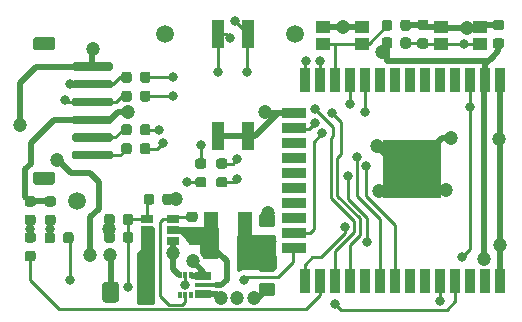
<source format=gbr>
G04 #@! TF.GenerationSoftware,KiCad,Pcbnew,(5.1.12)-1*
G04 #@! TF.CreationDate,2021-12-26T23:17:15+01:00*
G04 #@! TF.ProjectId,005032,30303530-3332-42e6-9b69-6361645f7063,v5*
G04 #@! TF.SameCoordinates,PX88601c0PY4692680*
G04 #@! TF.FileFunction,Copper,L1,Top*
G04 #@! TF.FilePolarity,Positive*
%FSLAX46Y46*%
G04 Gerber Fmt 4.6, Leading zero omitted, Abs format (unit mm)*
G04 Created by KiCad (PCBNEW (5.1.12)-1) date 2021-12-26 23:17:15*
%MOMM*%
%LPD*%
G01*
G04 APERTURE LIST*
G04 #@! TA.AperFunction,SMDPad,CuDef*
%ADD10R,1.150000X1.000000*%
G04 #@! TD*
G04 #@! TA.AperFunction,SMDPad,CuDef*
%ADD11R,1.725000X0.300000*%
G04 #@! TD*
G04 #@! TA.AperFunction,SMDPad,CuDef*
%ADD12R,1.450000X0.800000*%
G04 #@! TD*
G04 #@! TA.AperFunction,SMDPad,CuDef*
%ADD13R,0.300000X0.600000*%
G04 #@! TD*
G04 #@! TA.AperFunction,SMDPad,CuDef*
%ADD14C,1.500000*%
G04 #@! TD*
G04 #@! TA.AperFunction,SMDPad,CuDef*
%ADD15R,5.000000X5.000000*%
G04 #@! TD*
G04 #@! TA.AperFunction,SMDPad,CuDef*
%ADD16R,0.900000X2.000000*%
G04 #@! TD*
G04 #@! TA.AperFunction,SMDPad,CuDef*
%ADD17R,2.000000X0.900000*%
G04 #@! TD*
G04 #@! TA.AperFunction,SMDPad,CuDef*
%ADD18R,1.060000X0.650000*%
G04 #@! TD*
G04 #@! TA.AperFunction,SMDPad,CuDef*
%ADD19R,1.120000X2.440000*%
G04 #@! TD*
G04 #@! TA.AperFunction,SMDPad,CuDef*
%ADD20R,1.200000X3.900000*%
G04 #@! TD*
G04 #@! TA.AperFunction,ViaPad*
%ADD21C,1.200000*%
G04 #@! TD*
G04 #@! TA.AperFunction,ViaPad*
%ADD22C,0.800000*%
G04 #@! TD*
G04 #@! TA.AperFunction,Conductor*
%ADD23C,0.500000*%
G04 #@! TD*
G04 #@! TA.AperFunction,Conductor*
%ADD24C,0.250000*%
G04 #@! TD*
G04 #@! TA.AperFunction,Conductor*
%ADD25C,0.254000*%
G04 #@! TD*
G04 #@! TA.AperFunction,Conductor*
%ADD26C,0.100000*%
G04 #@! TD*
G04 APERTURE END LIST*
D10*
X-2825000Y-2800000D03*
X-2825000Y-1400000D03*
X-6175000Y-2800000D03*
X-6175000Y-1400000D03*
X-12825000Y-2800000D03*
X-12825000Y-1400000D03*
X-16175000Y-2800000D03*
X-16175000Y-1400000D03*
D11*
X-26175000Y-23250000D03*
D12*
X-26312500Y-24000000D03*
D13*
X-27362500Y-24100000D03*
X-27812500Y-24100000D03*
X-28262500Y-24100000D03*
X-28262500Y-22400000D03*
X-27812500Y-22400000D03*
X-27362500Y-22400000D03*
D12*
X-26312500Y-22500000D03*
D14*
X-18500000Y-2000000D03*
X-29500000Y-2000000D03*
X-37000000Y-16100000D03*
D15*
X-8640000Y-13400000D03*
D16*
X-1140000Y-22900000D03*
X-2410000Y-22900000D03*
X-3680000Y-22900000D03*
X-4950000Y-22900000D03*
X-6220000Y-22900000D03*
X-7490000Y-22900000D03*
X-8760000Y-22900000D03*
X-10030000Y-22900000D03*
X-11300000Y-22900000D03*
X-12570000Y-22900000D03*
X-13840000Y-22900000D03*
X-15110000Y-22900000D03*
X-16380000Y-22900000D03*
X-17650000Y-22900000D03*
D17*
X-18650000Y-20115000D03*
X-18650000Y-18845000D03*
X-18650000Y-17575000D03*
X-18650000Y-16305000D03*
X-18650000Y-15035000D03*
X-18650000Y-13765000D03*
X-18650000Y-12495000D03*
X-18650000Y-11225000D03*
X-18650000Y-9955000D03*
X-18650000Y-8685000D03*
D16*
X-17650000Y-5900000D03*
X-16380000Y-5900000D03*
X-15110000Y-5900000D03*
X-13840000Y-5900000D03*
X-12570000Y-5900000D03*
X-11300000Y-5900000D03*
X-10030000Y-5900000D03*
X-8760000Y-5900000D03*
X-7490000Y-5900000D03*
X-6220000Y-5900000D03*
X-4950000Y-5900000D03*
X-3680000Y-5900000D03*
X-2410000Y-5900000D03*
X-1140000Y-5900000D03*
G04 #@! TA.AperFunction,SMDPad,CuDef*
G36*
G01*
X-30450000Y-23225000D02*
X-30450000Y-24475000D01*
G75*
G02*
X-30700000Y-24725000I-250000J0D01*
G01*
X-31625000Y-24725000D01*
G75*
G02*
X-31875000Y-24475000I0J250000D01*
G01*
X-31875000Y-23225000D01*
G75*
G02*
X-31625000Y-22975000I250000J0D01*
G01*
X-30700000Y-22975000D01*
G75*
G02*
X-30450000Y-23225000I0J-250000D01*
G01*
G37*
G04 #@! TD.AperFunction*
G04 #@! TA.AperFunction,SMDPad,CuDef*
G36*
G01*
X-33425000Y-23225000D02*
X-33425000Y-24475000D01*
G75*
G02*
X-33675000Y-24725000I-250000J0D01*
G01*
X-34600000Y-24725000D01*
G75*
G02*
X-34850000Y-24475000I0J250000D01*
G01*
X-34850000Y-23225000D01*
G75*
G02*
X-34600000Y-22975000I250000J0D01*
G01*
X-33675000Y-22975000D01*
G75*
G02*
X-33425000Y-23225000I0J-250000D01*
G01*
G37*
G04 #@! TD.AperFunction*
G04 #@! TA.AperFunction,SMDPad,CuDef*
G36*
G01*
X-27506250Y-18600000D02*
X-26993750Y-18600000D01*
G75*
G02*
X-26775000Y-18818750I0J-218750D01*
G01*
X-26775000Y-19256250D01*
G75*
G02*
X-26993750Y-19475000I-218750J0D01*
G01*
X-27506250Y-19475000D01*
G75*
G02*
X-27725000Y-19256250I0J218750D01*
G01*
X-27725000Y-18818750D01*
G75*
G02*
X-27506250Y-18600000I218750J0D01*
G01*
G37*
G04 #@! TD.AperFunction*
G04 #@! TA.AperFunction,SMDPad,CuDef*
G36*
G01*
X-27506250Y-17025000D02*
X-26993750Y-17025000D01*
G75*
G02*
X-26775000Y-17243750I0J-218750D01*
G01*
X-26775000Y-17681250D01*
G75*
G02*
X-26993750Y-17900000I-218750J0D01*
G01*
X-27506250Y-17900000D01*
G75*
G02*
X-27725000Y-17681250I0J218750D01*
G01*
X-27725000Y-17243750D01*
G75*
G02*
X-27506250Y-17025000I218750J0D01*
G01*
G37*
G04 #@! TD.AperFunction*
G04 #@! TA.AperFunction,SMDPad,CuDef*
G36*
G01*
X-34675000Y-17956250D02*
X-34675000Y-17443750D01*
G75*
G02*
X-34456250Y-17225000I218750J0D01*
G01*
X-34018750Y-17225000D01*
G75*
G02*
X-33800000Y-17443750I0J-218750D01*
G01*
X-33800000Y-17956250D01*
G75*
G02*
X-34018750Y-18175000I-218750J0D01*
G01*
X-34456250Y-18175000D01*
G75*
G02*
X-34675000Y-17956250I0J218750D01*
G01*
G37*
G04 #@! TD.AperFunction*
G04 #@! TA.AperFunction,SMDPad,CuDef*
G36*
G01*
X-33100000Y-17956250D02*
X-33100000Y-17443750D01*
G75*
G02*
X-32881250Y-17225000I218750J0D01*
G01*
X-32443750Y-17225000D01*
G75*
G02*
X-32225000Y-17443750I0J-218750D01*
G01*
X-32225000Y-17956250D01*
G75*
G02*
X-32443750Y-18175000I-218750J0D01*
G01*
X-32881250Y-18175000D01*
G75*
G02*
X-33100000Y-17956250I0J218750D01*
G01*
G37*
G04 #@! TD.AperFunction*
G04 #@! TA.AperFunction,SMDPad,CuDef*
G36*
G01*
X-21350001Y-23050000D02*
X-20449999Y-23050000D01*
G75*
G02*
X-20200000Y-23299999I0J-249999D01*
G01*
X-20200000Y-23950001D01*
G75*
G02*
X-20449999Y-24200000I-249999J0D01*
G01*
X-21350001Y-24200000D01*
G75*
G02*
X-21600000Y-23950001I0J249999D01*
G01*
X-21600000Y-23299999D01*
G75*
G02*
X-21350001Y-23050000I249999J0D01*
G01*
G37*
G04 #@! TD.AperFunction*
G04 #@! TA.AperFunction,SMDPad,CuDef*
G36*
G01*
X-21350001Y-21000000D02*
X-20449999Y-21000000D01*
G75*
G02*
X-20200000Y-21249999I0J-249999D01*
G01*
X-20200000Y-21900001D01*
G75*
G02*
X-20449999Y-22150000I-249999J0D01*
G01*
X-21350001Y-22150000D01*
G75*
G02*
X-21600000Y-21900001I0J249999D01*
G01*
X-21600000Y-21249999D01*
G75*
G02*
X-21350001Y-21000000I249999J0D01*
G01*
G37*
G04 #@! TD.AperFunction*
G04 #@! TA.AperFunction,SMDPad,CuDef*
G36*
G01*
X-20449999Y-20400000D02*
X-21350001Y-20400000D01*
G75*
G02*
X-21600000Y-20150001I0J249999D01*
G01*
X-21600000Y-19499999D01*
G75*
G02*
X-21350001Y-19250000I249999J0D01*
G01*
X-20449999Y-19250000D01*
G75*
G02*
X-20200000Y-19499999I0J-249999D01*
G01*
X-20200000Y-20150001D01*
G75*
G02*
X-20449999Y-20400000I-249999J0D01*
G01*
G37*
G04 #@! TD.AperFunction*
G04 #@! TA.AperFunction,SMDPad,CuDef*
G36*
G01*
X-20449999Y-18350000D02*
X-21350001Y-18350000D01*
G75*
G02*
X-21600000Y-18100001I0J249999D01*
G01*
X-21600000Y-17449999D01*
G75*
G02*
X-21350001Y-17200000I249999J0D01*
G01*
X-20449999Y-17200000D01*
G75*
G02*
X-20200000Y-17449999I0J-249999D01*
G01*
X-20200000Y-18100001D01*
G75*
G02*
X-20449999Y-18350000I-249999J0D01*
G01*
G37*
G04 #@! TD.AperFunction*
G04 #@! TA.AperFunction,SMDPad,CuDef*
G36*
G01*
X-7443750Y-3225000D02*
X-7956250Y-3225000D01*
G75*
G02*
X-8175000Y-3006250I0J218750D01*
G01*
X-8175000Y-2568750D01*
G75*
G02*
X-7956250Y-2350000I218750J0D01*
G01*
X-7443750Y-2350000D01*
G75*
G02*
X-7225000Y-2568750I0J-218750D01*
G01*
X-7225000Y-3006250D01*
G75*
G02*
X-7443750Y-3225000I-218750J0D01*
G01*
G37*
G04 #@! TD.AperFunction*
G04 #@! TA.AperFunction,SMDPad,CuDef*
G36*
G01*
X-7443750Y-1650000D02*
X-7956250Y-1650000D01*
G75*
G02*
X-8175000Y-1431250I0J218750D01*
G01*
X-8175000Y-993750D01*
G75*
G02*
X-7956250Y-775000I218750J0D01*
G01*
X-7443750Y-775000D01*
G75*
G02*
X-7225000Y-993750I0J-218750D01*
G01*
X-7225000Y-1431250D01*
G75*
G02*
X-7443750Y-1650000I-218750J0D01*
G01*
G37*
G04 #@! TD.AperFunction*
G04 #@! TA.AperFunction,SMDPad,CuDef*
G36*
G01*
X-1043750Y-1650000D02*
X-1556250Y-1650000D01*
G75*
G02*
X-1775000Y-1431250I0J218750D01*
G01*
X-1775000Y-993750D01*
G75*
G02*
X-1556250Y-775000I218750J0D01*
G01*
X-1043750Y-775000D01*
G75*
G02*
X-825000Y-993750I0J-218750D01*
G01*
X-825000Y-1431250D01*
G75*
G02*
X-1043750Y-1650000I-218750J0D01*
G01*
G37*
G04 #@! TD.AperFunction*
G04 #@! TA.AperFunction,SMDPad,CuDef*
G36*
G01*
X-1043750Y-3225000D02*
X-1556250Y-3225000D01*
G75*
G02*
X-1775000Y-3006250I0J218750D01*
G01*
X-1775000Y-2568750D01*
G75*
G02*
X-1556250Y-2350000I218750J0D01*
G01*
X-1043750Y-2350000D01*
G75*
G02*
X-825000Y-2568750I0J-218750D01*
G01*
X-825000Y-3006250D01*
G75*
G02*
X-1043750Y-3225000I-218750J0D01*
G01*
G37*
G04 #@! TD.AperFunction*
G04 #@! TA.AperFunction,SMDPad,CuDef*
G36*
G01*
X-10300000Y-993750D02*
X-10300000Y-1506250D01*
G75*
G02*
X-10518750Y-1725000I-218750J0D01*
G01*
X-10956250Y-1725000D01*
G75*
G02*
X-11175000Y-1506250I0J218750D01*
G01*
X-11175000Y-993750D01*
G75*
G02*
X-10956250Y-775000I218750J0D01*
G01*
X-10518750Y-775000D01*
G75*
G02*
X-10300000Y-993750I0J-218750D01*
G01*
G37*
G04 #@! TD.AperFunction*
G04 #@! TA.AperFunction,SMDPad,CuDef*
G36*
G01*
X-8725000Y-993750D02*
X-8725000Y-1506250D01*
G75*
G02*
X-8943750Y-1725000I-218750J0D01*
G01*
X-9381250Y-1725000D01*
G75*
G02*
X-9600000Y-1506250I0J218750D01*
G01*
X-9600000Y-993750D01*
G75*
G02*
X-9381250Y-775000I218750J0D01*
G01*
X-8943750Y-775000D01*
G75*
G02*
X-8725000Y-993750I0J-218750D01*
G01*
G37*
G04 #@! TD.AperFunction*
G04 #@! TA.AperFunction,SMDPad,CuDef*
G36*
G01*
X-41206250Y-15725000D02*
X-40693750Y-15725000D01*
G75*
G02*
X-40475000Y-15943750I0J-218750D01*
G01*
X-40475000Y-16381250D01*
G75*
G02*
X-40693750Y-16600000I-218750J0D01*
G01*
X-41206250Y-16600000D01*
G75*
G02*
X-41425000Y-16381250I0J218750D01*
G01*
X-41425000Y-15943750D01*
G75*
G02*
X-41206250Y-15725000I218750J0D01*
G01*
G37*
G04 #@! TD.AperFunction*
G04 #@! TA.AperFunction,SMDPad,CuDef*
G36*
G01*
X-41206250Y-17300000D02*
X-40693750Y-17300000D01*
G75*
G02*
X-40475000Y-17518750I0J-218750D01*
G01*
X-40475000Y-17956250D01*
G75*
G02*
X-40693750Y-18175000I-218750J0D01*
G01*
X-41206250Y-18175000D01*
G75*
G02*
X-41425000Y-17956250I0J218750D01*
G01*
X-41425000Y-17518750D01*
G75*
G02*
X-41206250Y-17300000I218750J0D01*
G01*
G37*
G04 #@! TD.AperFunction*
G04 #@! TA.AperFunction,SMDPad,CuDef*
G36*
G01*
X-39506250Y-17300000D02*
X-38993750Y-17300000D01*
G75*
G02*
X-38775000Y-17518750I0J-218750D01*
G01*
X-38775000Y-17956250D01*
G75*
G02*
X-38993750Y-18175000I-218750J0D01*
G01*
X-39506250Y-18175000D01*
G75*
G02*
X-39725000Y-17956250I0J218750D01*
G01*
X-39725000Y-17518750D01*
G75*
G02*
X-39506250Y-17300000I218750J0D01*
G01*
G37*
G04 #@! TD.AperFunction*
G04 #@! TA.AperFunction,SMDPad,CuDef*
G36*
G01*
X-39506250Y-15725000D02*
X-38993750Y-15725000D01*
G75*
G02*
X-38775000Y-15943750I0J-218750D01*
G01*
X-38775000Y-16381250D01*
G75*
G02*
X-38993750Y-16600000I-218750J0D01*
G01*
X-39506250Y-16600000D01*
G75*
G02*
X-39725000Y-16381250I0J218750D01*
G01*
X-39725000Y-15943750D01*
G75*
G02*
X-39506250Y-15725000I218750J0D01*
G01*
G37*
G04 #@! TD.AperFunction*
G04 #@! TA.AperFunction,SMDPad,CuDef*
G36*
G01*
X-33100000Y-19456250D02*
X-33100000Y-18943750D01*
G75*
G02*
X-32881250Y-18725000I218750J0D01*
G01*
X-32443750Y-18725000D01*
G75*
G02*
X-32225000Y-18943750I0J-218750D01*
G01*
X-32225000Y-19456250D01*
G75*
G02*
X-32443750Y-19675000I-218750J0D01*
G01*
X-32881250Y-19675000D01*
G75*
G02*
X-33100000Y-19456250I0J218750D01*
G01*
G37*
G04 #@! TD.AperFunction*
G04 #@! TA.AperFunction,SMDPad,CuDef*
G36*
G01*
X-34675000Y-19456250D02*
X-34675000Y-18943750D01*
G75*
G02*
X-34456250Y-18725000I218750J0D01*
G01*
X-34018750Y-18725000D01*
G75*
G02*
X-33800000Y-18943750I0J-218750D01*
G01*
X-33800000Y-19456250D01*
G75*
G02*
X-34018750Y-19675000I-218750J0D01*
G01*
X-34456250Y-19675000D01*
G75*
G02*
X-34675000Y-19456250I0J218750D01*
G01*
G37*
G04 #@! TD.AperFunction*
G04 #@! TA.AperFunction,SMDPad,CuDef*
G36*
G01*
X-31325000Y-16236250D02*
X-31325000Y-15723750D01*
G75*
G02*
X-31106250Y-15505000I218750J0D01*
G01*
X-30668750Y-15505000D01*
G75*
G02*
X-30450000Y-15723750I0J-218750D01*
G01*
X-30450000Y-16236250D01*
G75*
G02*
X-30668750Y-16455000I-218750J0D01*
G01*
X-31106250Y-16455000D01*
G75*
G02*
X-31325000Y-16236250I0J218750D01*
G01*
G37*
G04 #@! TD.AperFunction*
G04 #@! TA.AperFunction,SMDPad,CuDef*
G36*
G01*
X-29750000Y-16236250D02*
X-29750000Y-15723750D01*
G75*
G02*
X-29531250Y-15505000I218750J0D01*
G01*
X-29093750Y-15505000D01*
G75*
G02*
X-28875000Y-15723750I0J-218750D01*
G01*
X-28875000Y-16236250D01*
G75*
G02*
X-29093750Y-16455000I-218750J0D01*
G01*
X-29531250Y-16455000D01*
G75*
G02*
X-29750000Y-16236250I0J218750D01*
G01*
G37*
G04 #@! TD.AperFunction*
G04 #@! TA.AperFunction,SMDPad,CuDef*
G36*
G01*
X-9600000Y-3006250D02*
X-9600000Y-2493750D01*
G75*
G02*
X-9381250Y-2275000I218750J0D01*
G01*
X-8943750Y-2275000D01*
G75*
G02*
X-8725000Y-2493750I0J-218750D01*
G01*
X-8725000Y-3006250D01*
G75*
G02*
X-8943750Y-3225000I-218750J0D01*
G01*
X-9381250Y-3225000D01*
G75*
G02*
X-9600000Y-3006250I0J218750D01*
G01*
G37*
G04 #@! TD.AperFunction*
G04 #@! TA.AperFunction,SMDPad,CuDef*
G36*
G01*
X-11175000Y-3006250D02*
X-11175000Y-2493750D01*
G75*
G02*
X-10956250Y-2275000I218750J0D01*
G01*
X-10518750Y-2275000D01*
G75*
G02*
X-10300000Y-2493750I0J-218750D01*
G01*
X-10300000Y-3006250D01*
G75*
G02*
X-10518750Y-3225000I-218750J0D01*
G01*
X-10956250Y-3225000D01*
G75*
G02*
X-11175000Y-3006250I0J218750D01*
G01*
G37*
G04 #@! TD.AperFunction*
G04 #@! TA.AperFunction,SMDPad,CuDef*
G36*
G01*
X-30775000Y-9843750D02*
X-30775000Y-10356250D01*
G75*
G02*
X-30993750Y-10575000I-218750J0D01*
G01*
X-31431250Y-10575000D01*
G75*
G02*
X-31650000Y-10356250I0J218750D01*
G01*
X-31650000Y-9843750D01*
G75*
G02*
X-31431250Y-9625000I218750J0D01*
G01*
X-30993750Y-9625000D01*
G75*
G02*
X-30775000Y-9843750I0J-218750D01*
G01*
G37*
G04 #@! TD.AperFunction*
G04 #@! TA.AperFunction,SMDPad,CuDef*
G36*
G01*
X-32350000Y-9843750D02*
X-32350000Y-10356250D01*
G75*
G02*
X-32568750Y-10575000I-218750J0D01*
G01*
X-33006250Y-10575000D01*
G75*
G02*
X-33225000Y-10356250I0J218750D01*
G01*
X-33225000Y-9843750D01*
G75*
G02*
X-33006250Y-9625000I218750J0D01*
G01*
X-32568750Y-9625000D01*
G75*
G02*
X-32350000Y-9843750I0J-218750D01*
G01*
G37*
G04 #@! TD.AperFunction*
G04 #@! TA.AperFunction,SMDPad,CuDef*
G36*
G01*
X-32350000Y-11443750D02*
X-32350000Y-11956250D01*
G75*
G02*
X-32568750Y-12175000I-218750J0D01*
G01*
X-33006250Y-12175000D01*
G75*
G02*
X-33225000Y-11956250I0J218750D01*
G01*
X-33225000Y-11443750D01*
G75*
G02*
X-33006250Y-11225000I218750J0D01*
G01*
X-32568750Y-11225000D01*
G75*
G02*
X-32350000Y-11443750I0J-218750D01*
G01*
G37*
G04 #@! TD.AperFunction*
G04 #@! TA.AperFunction,SMDPad,CuDef*
G36*
G01*
X-30775000Y-11443750D02*
X-30775000Y-11956250D01*
G75*
G02*
X-30993750Y-12175000I-218750J0D01*
G01*
X-31431250Y-12175000D01*
G75*
G02*
X-31650000Y-11956250I0J218750D01*
G01*
X-31650000Y-11443750D01*
G75*
G02*
X-31431250Y-11225000I218750J0D01*
G01*
X-30993750Y-11225000D01*
G75*
G02*
X-30775000Y-11443750I0J-218750D01*
G01*
G37*
G04 #@! TD.AperFunction*
G04 #@! TA.AperFunction,SMDPad,CuDef*
G36*
G01*
X-30775000Y-5393750D02*
X-30775000Y-5906250D01*
G75*
G02*
X-30993750Y-6125000I-218750J0D01*
G01*
X-31431250Y-6125000D01*
G75*
G02*
X-31650000Y-5906250I0J218750D01*
G01*
X-31650000Y-5393750D01*
G75*
G02*
X-31431250Y-5175000I218750J0D01*
G01*
X-30993750Y-5175000D01*
G75*
G02*
X-30775000Y-5393750I0J-218750D01*
G01*
G37*
G04 #@! TD.AperFunction*
G04 #@! TA.AperFunction,SMDPad,CuDef*
G36*
G01*
X-32350000Y-5393750D02*
X-32350000Y-5906250D01*
G75*
G02*
X-32568750Y-6125000I-218750J0D01*
G01*
X-33006250Y-6125000D01*
G75*
G02*
X-33225000Y-5906250I0J218750D01*
G01*
X-33225000Y-5393750D01*
G75*
G02*
X-33006250Y-5175000I218750J0D01*
G01*
X-32568750Y-5175000D01*
G75*
G02*
X-32350000Y-5393750I0J-218750D01*
G01*
G37*
G04 #@! TD.AperFunction*
G04 #@! TA.AperFunction,SMDPad,CuDef*
G36*
G01*
X-30775000Y-6993750D02*
X-30775000Y-7506250D01*
G75*
G02*
X-30993750Y-7725000I-218750J0D01*
G01*
X-31431250Y-7725000D01*
G75*
G02*
X-31650000Y-7506250I0J218750D01*
G01*
X-31650000Y-6993750D01*
G75*
G02*
X-31431250Y-6775000I218750J0D01*
G01*
X-30993750Y-6775000D01*
G75*
G02*
X-30775000Y-6993750I0J-218750D01*
G01*
G37*
G04 #@! TD.AperFunction*
G04 #@! TA.AperFunction,SMDPad,CuDef*
G36*
G01*
X-32350000Y-6993750D02*
X-32350000Y-7506250D01*
G75*
G02*
X-32568750Y-7725000I-218750J0D01*
G01*
X-33006250Y-7725000D01*
G75*
G02*
X-33225000Y-7506250I0J218750D01*
G01*
X-33225000Y-6993750D01*
G75*
G02*
X-33006250Y-6775000I218750J0D01*
G01*
X-32568750Y-6775000D01*
G75*
G02*
X-32350000Y-6993750I0J-218750D01*
G01*
G37*
G04 #@! TD.AperFunction*
G04 #@! TA.AperFunction,SMDPad,CuDef*
G36*
G01*
X-26243750Y-14975000D02*
X-26756250Y-14975000D01*
G75*
G02*
X-26975000Y-14756250I0J218750D01*
G01*
X-26975000Y-14318750D01*
G75*
G02*
X-26756250Y-14100000I218750J0D01*
G01*
X-26243750Y-14100000D01*
G75*
G02*
X-26025000Y-14318750I0J-218750D01*
G01*
X-26025000Y-14756250D01*
G75*
G02*
X-26243750Y-14975000I-218750J0D01*
G01*
G37*
G04 #@! TD.AperFunction*
G04 #@! TA.AperFunction,SMDPad,CuDef*
G36*
G01*
X-26243750Y-13400000D02*
X-26756250Y-13400000D01*
G75*
G02*
X-26975000Y-13181250I0J218750D01*
G01*
X-26975000Y-12743750D01*
G75*
G02*
X-26756250Y-12525000I218750J0D01*
G01*
X-26243750Y-12525000D01*
G75*
G02*
X-26025000Y-12743750I0J-218750D01*
G01*
X-26025000Y-13181250D01*
G75*
G02*
X-26243750Y-13400000I-218750J0D01*
G01*
G37*
G04 #@! TD.AperFunction*
G04 #@! TA.AperFunction,SMDPad,CuDef*
G36*
G01*
X-24468750Y-13400000D02*
X-24981250Y-13400000D01*
G75*
G02*
X-25200000Y-13181250I0J218750D01*
G01*
X-25200000Y-12743750D01*
G75*
G02*
X-24981250Y-12525000I218750J0D01*
G01*
X-24468750Y-12525000D01*
G75*
G02*
X-24250000Y-12743750I0J-218750D01*
G01*
X-24250000Y-13181250D01*
G75*
G02*
X-24468750Y-13400000I-218750J0D01*
G01*
G37*
G04 #@! TD.AperFunction*
G04 #@! TA.AperFunction,SMDPad,CuDef*
G36*
G01*
X-24468750Y-14975000D02*
X-24981250Y-14975000D01*
G75*
G02*
X-25200000Y-14756250I0J218750D01*
G01*
X-25200000Y-14318750D01*
G75*
G02*
X-24981250Y-14100000I218750J0D01*
G01*
X-24468750Y-14100000D01*
G75*
G02*
X-24250000Y-14318750I0J-218750D01*
G01*
X-24250000Y-14756250D01*
G75*
G02*
X-24468750Y-14975000I-218750J0D01*
G01*
G37*
G04 #@! TD.AperFunction*
G04 #@! TA.AperFunction,SMDPad,CuDef*
G36*
G01*
X-41206250Y-20350000D02*
X-40693750Y-20350000D01*
G75*
G02*
X-40475000Y-20568750I0J-218750D01*
G01*
X-40475000Y-21006250D01*
G75*
G02*
X-40693750Y-21225000I-218750J0D01*
G01*
X-41206250Y-21225000D01*
G75*
G02*
X-41425000Y-21006250I0J218750D01*
G01*
X-41425000Y-20568750D01*
G75*
G02*
X-41206250Y-20350000I218750J0D01*
G01*
G37*
G04 #@! TD.AperFunction*
G04 #@! TA.AperFunction,SMDPad,CuDef*
G36*
G01*
X-41206250Y-18775000D02*
X-40693750Y-18775000D01*
G75*
G02*
X-40475000Y-18993750I0J-218750D01*
G01*
X-40475000Y-19431250D01*
G75*
G02*
X-40693750Y-19650000I-218750J0D01*
G01*
X-41206250Y-19650000D01*
G75*
G02*
X-41425000Y-19431250I0J218750D01*
G01*
X-41425000Y-18993750D01*
G75*
G02*
X-41206250Y-18775000I218750J0D01*
G01*
G37*
G04 #@! TD.AperFunction*
G04 #@! TA.AperFunction,SMDPad,CuDef*
G36*
G01*
X-39725000Y-19506250D02*
X-39725000Y-18993750D01*
G75*
G02*
X-39506250Y-18775000I218750J0D01*
G01*
X-39068750Y-18775000D01*
G75*
G02*
X-38850000Y-18993750I0J-218750D01*
G01*
X-38850000Y-19506250D01*
G75*
G02*
X-39068750Y-19725000I-218750J0D01*
G01*
X-39506250Y-19725000D01*
G75*
G02*
X-39725000Y-19506250I0J218750D01*
G01*
G37*
G04 #@! TD.AperFunction*
G04 #@! TA.AperFunction,SMDPad,CuDef*
G36*
G01*
X-38150000Y-19506250D02*
X-38150000Y-18993750D01*
G75*
G02*
X-37931250Y-18775000I218750J0D01*
G01*
X-37493750Y-18775000D01*
G75*
G02*
X-37275000Y-18993750I0J-218750D01*
G01*
X-37275000Y-19506250D01*
G75*
G02*
X-37493750Y-19725000I-218750J0D01*
G01*
X-37931250Y-19725000D01*
G75*
G02*
X-38150000Y-19506250I0J218750D01*
G01*
G37*
G04 #@! TD.AperFunction*
D18*
X-31050000Y-17650000D03*
X-31050000Y-18600000D03*
X-31050000Y-19550000D03*
X-28850000Y-19550000D03*
X-28850000Y-17650000D03*
X-28850000Y-18600000D03*
D19*
X-25070000Y-10605000D03*
X-22530000Y-1995000D03*
X-22530000Y-10605000D03*
X-25070000Y-1995000D03*
D20*
X-25600000Y-19000000D03*
X-22800000Y-19000000D03*
G04 #@! TA.AperFunction,SMDPad,CuDef*
G36*
G01*
X-37250000Y-4400000D02*
X-34100000Y-4400000D01*
G75*
G02*
X-33925000Y-4575000I0J-175000D01*
G01*
X-33925000Y-4925000D01*
G75*
G02*
X-34100000Y-5100000I-175000J0D01*
G01*
X-37250000Y-5100000D01*
G75*
G02*
X-37425000Y-4925000I0J175000D01*
G01*
X-37425000Y-4575000D01*
G75*
G02*
X-37250000Y-4400000I175000J0D01*
G01*
G37*
G04 #@! TD.AperFunction*
G04 #@! TA.AperFunction,SMDPad,CuDef*
G36*
G01*
X-37250000Y-5900000D02*
X-34100000Y-5900000D01*
G75*
G02*
X-33925000Y-6075000I0J-175000D01*
G01*
X-33925000Y-6425000D01*
G75*
G02*
X-34100000Y-6600000I-175000J0D01*
G01*
X-37250000Y-6600000D01*
G75*
G02*
X-37425000Y-6425000I0J175000D01*
G01*
X-37425000Y-6075000D01*
G75*
G02*
X-37250000Y-5900000I175000J0D01*
G01*
G37*
G04 #@! TD.AperFunction*
G04 #@! TA.AperFunction,SMDPad,CuDef*
G36*
G01*
X-37250000Y-7400000D02*
X-34100000Y-7400000D01*
G75*
G02*
X-33925000Y-7575000I0J-175000D01*
G01*
X-33925000Y-7925000D01*
G75*
G02*
X-34100000Y-8100000I-175000J0D01*
G01*
X-37250000Y-8100000D01*
G75*
G02*
X-37425000Y-7925000I0J175000D01*
G01*
X-37425000Y-7575000D01*
G75*
G02*
X-37250000Y-7400000I175000J0D01*
G01*
G37*
G04 #@! TD.AperFunction*
G04 #@! TA.AperFunction,SMDPad,CuDef*
G36*
G01*
X-37250000Y-8900000D02*
X-34100000Y-8900000D01*
G75*
G02*
X-33925000Y-9075000I0J-175000D01*
G01*
X-33925000Y-9425000D01*
G75*
G02*
X-34100000Y-9600000I-175000J0D01*
G01*
X-37250000Y-9600000D01*
G75*
G02*
X-37425000Y-9425000I0J175000D01*
G01*
X-37425000Y-9075000D01*
G75*
G02*
X-37250000Y-8900000I175000J0D01*
G01*
G37*
G04 #@! TD.AperFunction*
G04 #@! TA.AperFunction,SMDPad,CuDef*
G36*
G01*
X-37250000Y-10400000D02*
X-34100000Y-10400000D01*
G75*
G02*
X-33925000Y-10575000I0J-175000D01*
G01*
X-33925000Y-10925000D01*
G75*
G02*
X-34100000Y-11100000I-175000J0D01*
G01*
X-37250000Y-11100000D01*
G75*
G02*
X-37425000Y-10925000I0J175000D01*
G01*
X-37425000Y-10575000D01*
G75*
G02*
X-37250000Y-10400000I175000J0D01*
G01*
G37*
G04 #@! TD.AperFunction*
G04 #@! TA.AperFunction,SMDPad,CuDef*
G36*
G01*
X-37250000Y-11900000D02*
X-34100000Y-11900000D01*
G75*
G02*
X-33925000Y-12075000I0J-175000D01*
G01*
X-33925000Y-12425000D01*
G75*
G02*
X-34100000Y-12600000I-175000J0D01*
G01*
X-37250000Y-12600000D01*
G75*
G02*
X-37425000Y-12425000I0J175000D01*
G01*
X-37425000Y-12075000D01*
G75*
G02*
X-37250000Y-11900000I175000J0D01*
G01*
G37*
G04 #@! TD.AperFunction*
G04 #@! TA.AperFunction,SMDPad,CuDef*
G36*
G01*
X-40541300Y-2250000D02*
X-39008700Y-2250000D01*
G75*
G02*
X-38825000Y-2433700I0J-183700D01*
G01*
X-38825000Y-3166300D01*
G75*
G02*
X-39008700Y-3350000I-183700J0D01*
G01*
X-40541300Y-3350000D01*
G75*
G02*
X-40725000Y-3166300I0J183700D01*
G01*
X-40725000Y-2433700D01*
G75*
G02*
X-40541300Y-2250000I183700J0D01*
G01*
G37*
G04 #@! TD.AperFunction*
G04 #@! TA.AperFunction,SMDPad,CuDef*
G36*
G01*
X-40541300Y-13650000D02*
X-39008700Y-13650000D01*
G75*
G02*
X-38825000Y-13833700I0J-183700D01*
G01*
X-38825000Y-14566300D01*
G75*
G02*
X-39008700Y-14750000I-183700J0D01*
G01*
X-40541300Y-14750000D01*
G75*
G02*
X-40725000Y-14566300I0J183700D01*
G01*
X-40725000Y-13833700D01*
G75*
G02*
X-40541300Y-13650000I183700J0D01*
G01*
G37*
G04 #@! TD.AperFunction*
D21*
X-35650000Y-3300000D03*
X-41850000Y-9700000D03*
X-27200000Y-21250000D03*
X-35850000Y-20700000D03*
X-38675000Y-12675000D03*
X-31162500Y-22012500D03*
X-1225000Y-10855000D03*
X-5300000Y-10800000D03*
X-21100000Y-8600000D03*
X-1145000Y-19855000D03*
X-11600000Y-11500000D03*
X-11400000Y-15300000D03*
X-5700000Y-15200000D03*
X-32700000Y-8600000D03*
X-28600000Y-15950000D03*
X-28850000Y-20500000D03*
X-20849999Y-17124999D03*
X-34150000Y-20700000D03*
X-24800000Y-24350000D03*
X-22000000Y-24350000D03*
X-23400000Y-24350000D03*
X-3950000Y-1450000D03*
X-14500000Y-1400000D03*
X-21900000Y-20600000D03*
X-34237500Y-18462500D03*
X-2500000Y-21000002D03*
X-11150000Y-3500000D03*
D22*
X-27800000Y-23200000D03*
X-32700000Y-23450000D03*
X-4400000Y-20900000D03*
X-4250000Y-2800000D03*
X-3700000Y-8200000D03*
X-14300000Y-18300000D03*
X-23400000Y-12550000D03*
X-26525000Y-11425000D03*
X-12400000Y-19575000D03*
X-14000000Y-14000000D03*
X-28850000Y-5600000D03*
X-15362653Y-8712653D03*
X-16850000Y-8350000D03*
X-28850000Y-7250000D03*
X-15125000Y-24850000D03*
X-27700000Y-14550000D03*
X-23425000Y-14300000D03*
X-6225000Y-24575000D03*
X-37550000Y-22850000D03*
X-22850000Y-22850000D03*
X-13900000Y-7900000D03*
X-22550000Y-5250000D03*
X-23600000Y-925000D03*
X-12575000Y-8625000D03*
X-25050000Y-5200000D03*
X-24000000Y-2350000D03*
X-16400000Y-4300000D03*
X-16800000Y-9500000D03*
X-16200000Y-10400000D03*
X-17600000Y-4300000D03*
X-37550000Y-6250000D03*
X-38025000Y-7600000D03*
X-30025000Y-10100000D03*
X-13275000Y-12375000D03*
X-12525000Y-13200000D03*
X-29700000Y-11225000D03*
X-40950000Y-18500000D03*
X-39250000Y-18500000D03*
D23*
X-31050000Y-18600000D02*
X-31050000Y-19550000D01*
X-31050000Y-19550000D02*
X-31050000Y-20100000D01*
X-35675000Y-3325000D02*
X-35650000Y-3300000D01*
X-35675000Y-4750000D02*
X-35675000Y-3325000D01*
X-41850000Y-9700000D02*
X-41850000Y-6150000D01*
X-40450000Y-4750000D02*
X-35675000Y-4750000D01*
X-41850000Y-6150000D02*
X-40450000Y-4750000D01*
X-26312500Y-22137500D02*
X-27200000Y-21250000D01*
X-26312500Y-22500000D02*
X-26312500Y-22137500D01*
X-31050000Y-21050000D02*
X-31050000Y-19550000D01*
X-31087500Y-21012500D02*
X-31050000Y-21050000D01*
X-27262499Y-22500000D02*
X-27262499Y-22400000D01*
X-26312500Y-22500000D02*
X-27262499Y-22500000D01*
X-31162500Y-21162500D02*
X-31050000Y-21050000D01*
X-31162500Y-23850000D02*
X-31162500Y-21162500D01*
X-37450000Y-13800000D02*
X-38476472Y-12773528D01*
X-38476472Y-12773528D02*
X-38576472Y-12773528D01*
X-35150000Y-16800000D02*
X-35150000Y-14550000D01*
X-35850000Y-20700000D02*
X-35850000Y-17500000D01*
X-35850000Y-17500000D02*
X-35150000Y-16800000D01*
X-35900000Y-13800000D02*
X-37450000Y-13800000D01*
X-38576472Y-12773528D02*
X-38675000Y-12675000D01*
X-35150000Y-14550000D02*
X-35900000Y-13800000D01*
X-1145000Y-11155000D02*
X-1145000Y-11355000D01*
X-1145000Y-20355000D02*
X-1145000Y-22900000D01*
X-1145000Y-5900000D02*
X-1145000Y-11355000D01*
X-21100000Y-23625000D02*
X-20925000Y-23625000D01*
X-1145000Y-18145000D02*
X-1145000Y-17355000D01*
X-1145000Y-10935000D02*
X-1225000Y-10855000D01*
X-1145000Y-11845000D02*
X-1145000Y-10935000D01*
X-1145000Y-11355000D02*
X-1145000Y-11845000D01*
X-1145000Y-11845000D02*
X-1145000Y-18145000D01*
X-5300000Y-10800000D02*
X-6045000Y-10800000D01*
X-21185000Y-8685000D02*
X-21100000Y-8600000D01*
X-21100000Y-17575000D02*
X-20900000Y-17775000D01*
X-1145000Y-19855000D02*
X-1145000Y-20355000D01*
X-1145000Y-18145000D02*
X-1145000Y-19855000D01*
X-10475000Y-15235000D02*
X-10475000Y-15225000D01*
X-6045000Y-10805000D02*
X-8640000Y-13400000D01*
X-6045000Y-10800000D02*
X-6045000Y-10805000D01*
X-9700000Y-13400000D02*
X-11600000Y-11500000D01*
X-8640000Y-13400000D02*
X-9700000Y-13400000D01*
X-10540000Y-15300000D02*
X-8640000Y-13400000D01*
X-11400000Y-15300000D02*
X-10540000Y-15300000D01*
X-6840000Y-15200000D02*
X-8640000Y-13400000D01*
X-5700000Y-15200000D02*
X-6840000Y-15200000D01*
X-40950000Y-16162500D02*
X-39250000Y-16162500D01*
X-35675000Y-9250000D02*
X-34150000Y-9250000D01*
X-33500000Y-8600000D02*
X-32700000Y-8600000D01*
X-34150000Y-9250000D02*
X-33500000Y-8600000D01*
X-25070000Y-10605000D02*
X-22530000Y-10605000D01*
X-22530000Y-10605000D02*
X-21905000Y-10605000D01*
X-20065000Y-8765000D02*
X-20065000Y-8685000D01*
X-20065000Y-8685000D02*
X-21185000Y-8685000D01*
X-21905000Y-10605000D02*
X-20065000Y-8765000D01*
X-18655000Y-8685000D02*
X-20065000Y-8685000D01*
X-35675000Y-9250000D02*
X-38900000Y-9250000D01*
X-38900000Y-9250000D02*
X-40900000Y-11250000D01*
X-40900000Y-13000000D02*
X-41350000Y-13450000D01*
X-40900000Y-11250000D02*
X-40900000Y-13000000D01*
X-41350000Y-15762500D02*
X-40950000Y-16162500D01*
X-41350000Y-13450000D02*
X-41350000Y-15762500D01*
X-28630000Y-15980000D02*
X-28600000Y-15950000D01*
X-29312500Y-15980000D02*
X-28630000Y-15980000D01*
X-28850000Y-21912501D02*
X-28362501Y-22400000D01*
X-28850000Y-20500000D02*
X-28850000Y-21912501D01*
X-34137500Y-20712500D02*
X-34150000Y-20700000D01*
X-34137500Y-23850000D02*
X-34137500Y-20712500D01*
X-25150000Y-24000000D02*
X-24800000Y-24350000D01*
X-26312500Y-24000000D02*
X-25150000Y-24000000D01*
X-21625000Y-24350000D02*
X-20900000Y-23625000D01*
X-22000000Y-24350000D02*
X-21625000Y-24350000D01*
X-28850000Y-20500000D02*
X-28850000Y-19550000D01*
X-2937500Y-1212500D02*
X-3175000Y-1450000D01*
X-2412500Y-1212500D02*
X-2937500Y-1212500D01*
X-3900000Y-1400000D02*
X-3950000Y-1450000D01*
X-2825000Y-1400000D02*
X-3900000Y-1400000D01*
X-3950000Y-1450000D02*
X-3175000Y-1450000D01*
X-6525000Y-1450000D02*
X-3950000Y-1450000D01*
X-2637500Y-1212500D02*
X-2825000Y-1400000D01*
X-1300000Y-1212500D02*
X-2637500Y-1212500D01*
X-7512500Y-1400000D02*
X-7700000Y-1212500D01*
X-6175000Y-1400000D02*
X-7512500Y-1400000D01*
X-9125000Y-1212500D02*
X-9162500Y-1250000D01*
X-7700000Y-1212500D02*
X-9125000Y-1212500D01*
X-14500000Y-1400000D02*
X-16175000Y-1400000D01*
X-12825000Y-1400000D02*
X-14500000Y-1400000D01*
D24*
X-28662500Y-17462500D02*
X-28850000Y-17650000D01*
X-27250000Y-17462500D02*
X-28662500Y-17462500D01*
X-29700000Y-17650000D02*
X-28850000Y-17650000D01*
X-29950000Y-17900000D02*
X-29700000Y-17650000D01*
X-29950000Y-24150000D02*
X-29950000Y-17900000D01*
X-29200000Y-24900000D02*
X-29950000Y-24150000D01*
X-28062500Y-24900000D02*
X-29200000Y-24900000D01*
X-27812500Y-24650000D02*
X-28062500Y-24900000D01*
X-27812500Y-24100000D02*
X-27812500Y-24650000D01*
D23*
X-20875000Y-19600000D02*
X-21100000Y-19825000D01*
X-2500000Y-5985000D02*
X-2415000Y-5900000D01*
X-2500000Y-8400000D02*
X-2500000Y-5985000D01*
X-2500000Y-8400000D02*
X-2500000Y-11400000D01*
X-2500000Y-11400000D02*
X-2500000Y-20800000D01*
X-23000000Y-19000000D02*
X-23000000Y-19400000D01*
X-22575000Y-19825000D02*
X-21100000Y-19825000D01*
X-23000000Y-19400000D02*
X-22575000Y-19825000D01*
X-22900000Y-19100000D02*
X-23000000Y-19000000D01*
X-22800000Y-19700000D02*
X-21900000Y-20600000D01*
X-22800000Y-19000000D02*
X-22800000Y-19700000D01*
X-21875000Y-20600000D02*
X-20900000Y-21575000D01*
X-21900000Y-20600000D02*
X-21875000Y-20600000D01*
X-34237500Y-18462500D02*
X-34237500Y-19200000D01*
X-34237500Y-17700000D02*
X-34237500Y-18462500D01*
X-2410000Y-5900000D02*
X-2410000Y-4560000D01*
X-1300000Y-3450000D02*
X-1300000Y-2787500D01*
X-1850000Y-4000000D02*
X-1300000Y-3450000D01*
X-2150000Y-4300000D02*
X-1850000Y-4000000D01*
X-2410000Y-4560000D02*
X-1850000Y-4000000D01*
X-10737500Y-4287500D02*
X-10750000Y-4300000D01*
X-10750000Y-4300000D02*
X-2150000Y-4300000D01*
X-10850000Y-3500000D02*
X-10737500Y-3612500D01*
X-11150000Y-3500000D02*
X-10850000Y-3500000D01*
X-10737500Y-3612500D02*
X-10737500Y-4287500D01*
X-10737500Y-2750000D02*
X-10737500Y-3612500D01*
D24*
X-32662500Y-17700000D02*
X-32662500Y-19200000D01*
X-32612500Y-17650000D02*
X-32662500Y-17700000D01*
X-31050000Y-17650000D02*
X-32612500Y-17650000D01*
X-31050000Y-16142500D02*
X-30887500Y-15980000D01*
X-31050000Y-17650000D02*
X-31050000Y-16900000D01*
X-31050000Y-16900000D02*
X-31050000Y-16142500D01*
X-27812500Y-23187500D02*
X-27800000Y-23200000D01*
X-27812500Y-22400000D02*
X-27812500Y-23187500D01*
X-32700000Y-19237500D02*
X-32662500Y-19200000D01*
X-32700000Y-23200000D02*
X-32700000Y-19237500D01*
X-3600000Y-5985000D02*
X-3685000Y-5900000D01*
X-3700000Y-5915000D02*
X-3685000Y-5900000D01*
X-4400000Y-20900000D02*
X-3700000Y-20200000D01*
X-3700000Y-20200000D02*
X-3700000Y-7850000D01*
X-3700000Y-7850000D02*
X-3700000Y-5915000D01*
X-4250000Y-2800000D02*
X-2825000Y-2800000D01*
X-6175000Y-2800000D02*
X-4250000Y-2800000D01*
X-7687500Y-2800000D02*
X-7700000Y-2787500D01*
X-6175000Y-2800000D02*
X-7687500Y-2800000D01*
X-7737500Y-2750000D02*
X-7700000Y-2787500D01*
X-9162500Y-2750000D02*
X-7737500Y-2750000D01*
X-3700000Y-7850000D02*
X-3700000Y-8200000D01*
X-17655000Y-22900000D02*
X-17655000Y-21455000D01*
X-17655000Y-21455000D02*
X-17630000Y-21455000D01*
X-17630000Y-21455000D02*
X-17075000Y-20900000D01*
X-17075000Y-20900000D02*
X-16350000Y-20900000D01*
X-14300000Y-18850000D02*
X-14300000Y-18300000D01*
X-16350000Y-20900000D02*
X-14300000Y-18850000D01*
X-15115000Y-4485000D02*
X-15115000Y-5900000D01*
X-15115000Y-4485000D02*
X-15115000Y-4435000D01*
X-10737500Y-1250000D02*
X-10750000Y-1250000D01*
X-12300000Y-2800000D02*
X-12825000Y-2800000D01*
X-10750000Y-1250000D02*
X-12300000Y-2800000D01*
X-15115000Y-2815000D02*
X-15100000Y-2800000D01*
X-15115000Y-4485000D02*
X-15115000Y-2815000D01*
X-15100000Y-2800000D02*
X-12825000Y-2800000D01*
X-16175000Y-2800000D02*
X-15100000Y-2800000D01*
X-23812500Y-12962500D02*
X-23400000Y-12550000D01*
X-24725000Y-12962500D02*
X-23812500Y-12962500D01*
X-26500000Y-11450000D02*
X-26525000Y-11425000D01*
X-26500000Y-12962500D02*
X-26500000Y-11450000D01*
X-12400000Y-19575000D02*
X-12400000Y-17550000D01*
X-14000000Y-15950000D02*
X-14000000Y-14000000D01*
X-12400000Y-17550000D02*
X-14000000Y-15950000D01*
X-28900000Y-5650000D02*
X-28850000Y-5600000D01*
X-31212500Y-5650000D02*
X-28900000Y-5650000D01*
X-13845000Y-22055000D02*
X-13845000Y-22900000D01*
X-13845000Y-22900000D02*
X-13900000Y-22845000D01*
X-15362653Y-8712653D02*
X-14600000Y-9475306D01*
X-14600000Y-10475000D02*
X-14600000Y-9475306D01*
X-14600000Y-10650000D02*
X-14600000Y-10475000D01*
X-14600000Y-12150000D02*
X-14600000Y-10475000D01*
X-14975000Y-12525000D02*
X-14600000Y-12150000D01*
X-14975000Y-15675000D02*
X-14975000Y-12525000D01*
X-13050000Y-17600000D02*
X-14975000Y-15675000D01*
X-13050000Y-19050000D02*
X-13050000Y-17600000D01*
X-13840000Y-19840000D02*
X-13050000Y-19050000D01*
X-13840000Y-22900000D02*
X-13840000Y-19840000D01*
X-28850000Y-7250000D02*
X-31212500Y-7250000D01*
X-15300000Y-10625000D02*
X-15300000Y-9900000D01*
X-15500000Y-15875000D02*
X-15500000Y-10825000D01*
X-13525000Y-17850000D02*
X-15500000Y-15875000D01*
X-15500000Y-10825000D02*
X-15300000Y-10625000D01*
X-13525000Y-18750000D02*
X-13525000Y-17850000D01*
X-15100000Y-20325000D02*
X-13525000Y-18750000D01*
X-15100000Y-22885000D02*
X-15100000Y-20325000D01*
X-15300000Y-9900000D02*
X-16850000Y-8350000D01*
X-15115000Y-22900000D02*
X-15100000Y-22885000D01*
X-4950000Y-22900000D02*
X-4950000Y-24373002D01*
X-4950000Y-24373002D02*
X-4950000Y-24600000D01*
X-4950000Y-24600000D02*
X-5675000Y-25325000D01*
X-14650000Y-25325000D02*
X-15125000Y-24850000D01*
X-5675000Y-25325000D02*
X-14650000Y-25325000D01*
X-26512500Y-14550000D02*
X-26500000Y-14537500D01*
X-27700000Y-14550000D02*
X-26512500Y-14550000D01*
X-23662500Y-14537500D02*
X-23425000Y-14300000D01*
X-24725000Y-14537500D02*
X-23662500Y-14537500D01*
X-6225000Y-22905000D02*
X-6220000Y-22900000D01*
X-6225000Y-24575000D02*
X-6225000Y-22905000D01*
X-16380000Y-24080000D02*
X-16380000Y-22900000D01*
X-17600000Y-25300000D02*
X-16380000Y-24080000D01*
X-38500000Y-25300000D02*
X-17600000Y-25300000D01*
X-40950000Y-22850000D02*
X-38500000Y-25300000D01*
X-40950000Y-20787500D02*
X-40950000Y-22850000D01*
X-37550000Y-19412500D02*
X-37712500Y-19250000D01*
X-37550000Y-22850000D02*
X-37550000Y-19412500D01*
X-22600000Y-22600000D02*
X-22850000Y-22850000D01*
X-18655000Y-21305000D02*
X-19950000Y-22600000D01*
X-18655000Y-20455000D02*
X-18655000Y-21305000D01*
X-19950000Y-22600000D02*
X-22600000Y-22600000D01*
X-13845000Y-7845000D02*
X-13900000Y-7900000D01*
X-13845000Y-5900000D02*
X-13845000Y-7845000D01*
X-22550000Y-2015000D02*
X-22530000Y-1995000D01*
X-22550000Y-5250000D02*
X-22550000Y-2015000D01*
X-22530000Y-1995000D02*
X-23600000Y-925000D01*
X-12575000Y-5900000D02*
X-12575000Y-8625000D01*
X-25070000Y-5180000D02*
X-25050000Y-5200000D01*
X-25070000Y-1995000D02*
X-25070000Y-5180000D01*
X-24355000Y-1995000D02*
X-24000000Y-2350000D01*
X-25070000Y-1995000D02*
X-24355000Y-1995000D01*
X-16400000Y-5885000D02*
X-16385000Y-5900000D01*
X-16400000Y-4300000D02*
X-16400000Y-5885000D01*
X-18610000Y-10000000D02*
X-18655000Y-9955000D01*
X-17300000Y-10000000D02*
X-17400000Y-10000000D01*
X-17400000Y-10000000D02*
X-18610000Y-10000000D01*
X-16800000Y-9500000D02*
X-17300000Y-10000000D01*
X-16200000Y-10400000D02*
X-16900000Y-11100000D01*
X-16900000Y-11100000D02*
X-16900000Y-18500000D01*
X-16900000Y-18500000D02*
X-17245000Y-18845000D01*
X-17245000Y-18845000D02*
X-18655000Y-18845000D01*
X-17600000Y-5845000D02*
X-17655000Y-5900000D01*
X-17655000Y-4355000D02*
X-17600000Y-4300000D01*
X-17655000Y-5900000D02*
X-17655000Y-4355000D01*
X-35675000Y-6250000D02*
X-33950000Y-6250000D01*
X-33350000Y-5650000D02*
X-32787500Y-5650000D01*
X-33950000Y-6250000D02*
X-33350000Y-5650000D01*
X-35675000Y-6250000D02*
X-37550000Y-6250000D01*
X-32787500Y-7250000D02*
X-33150000Y-7250000D01*
X-33650000Y-7750000D02*
X-35675000Y-7750000D01*
X-33150000Y-7250000D02*
X-33650000Y-7750000D01*
X-37875000Y-7750000D02*
X-38025000Y-7600000D01*
X-35675000Y-7750000D02*
X-37875000Y-7750000D01*
X-32787500Y-10100000D02*
X-33100000Y-10100000D01*
X-33750000Y-10750000D02*
X-35675000Y-10750000D01*
X-33100000Y-10100000D02*
X-33750000Y-10750000D01*
X-33337500Y-12250000D02*
X-32787500Y-11700000D01*
X-35675000Y-12250000D02*
X-33337500Y-12250000D01*
X-11300000Y-20900000D02*
X-11300000Y-22895000D01*
X-11300000Y-22895000D02*
X-11305000Y-22900000D01*
X-31212500Y-10100000D02*
X-30025000Y-10100000D01*
X-11300000Y-20900000D02*
X-11300000Y-17675000D01*
X-13275000Y-15700000D02*
X-13275000Y-12375000D01*
X-11300000Y-17675000D02*
X-13275000Y-15700000D01*
X-10035000Y-22900000D02*
X-10035000Y-18865000D01*
X-10035000Y-18865000D02*
X-10035000Y-18765000D01*
X-10035000Y-18865000D02*
X-10035000Y-18140000D01*
X-10035000Y-18140000D02*
X-12500000Y-15675000D01*
X-12500000Y-13225000D02*
X-12525000Y-13200000D01*
X-12500000Y-15675000D02*
X-12500000Y-13225000D01*
X-29700000Y-11225000D02*
X-30200000Y-11725000D01*
X-31187500Y-11725000D02*
X-31212500Y-11700000D01*
X-30200000Y-11725000D02*
X-31187500Y-11725000D01*
X-40950000Y-18450000D02*
X-40950000Y-18500000D01*
X-40950000Y-17737500D02*
X-40950000Y-18450000D01*
X-40950000Y-18450000D02*
X-40950000Y-19212500D01*
X-39250000Y-19212500D02*
X-39287500Y-19250000D01*
X-39250000Y-17737500D02*
X-39250000Y-18500000D01*
X-39250000Y-18500000D02*
X-39250000Y-19212500D01*
X-25800000Y-19980000D02*
X-25800000Y-19000000D01*
X-25800000Y-17800000D02*
X-25800000Y-19000000D01*
X-25800000Y-19000000D02*
X-25800000Y-19900000D01*
X-25800000Y-19900000D02*
X-26000000Y-20100000D01*
D23*
X-27687500Y-18600000D02*
X-27250000Y-19037500D01*
X-28850000Y-18600000D02*
X-27687500Y-18600000D01*
X-25637500Y-19037500D02*
X-25600000Y-19000000D01*
X-27250000Y-19037500D02*
X-25637500Y-19037500D01*
X-25600000Y-19000000D02*
X-25600000Y-19950000D01*
X-25600000Y-19950000D02*
X-24300000Y-21250000D01*
X-24300000Y-21250000D02*
X-24300000Y-22800000D01*
X-24300000Y-22800000D02*
X-24750000Y-23250000D01*
X-24750000Y-23250000D02*
X-25250000Y-23250000D01*
D24*
X-25250000Y-23250000D02*
X-26175000Y-23250000D01*
D25*
X-30527000Y-24748000D02*
X-31823000Y-24748000D01*
X-31823000Y-20552606D01*
X-31510197Y-20239803D01*
X-31494403Y-20220557D01*
X-31482667Y-20198601D01*
X-31475440Y-20174776D01*
X-31473000Y-20150000D01*
X-31473000Y-18427000D01*
X-30527000Y-18427000D01*
X-30527000Y-24748000D01*
G04 #@! TA.AperFunction,Conductor*
D26*
G36*
X-30527000Y-24748000D02*
G01*
X-31823000Y-24748000D01*
X-31823000Y-20552606D01*
X-31510197Y-20239803D01*
X-31494403Y-20220557D01*
X-31482667Y-20198601D01*
X-31475440Y-20174776D01*
X-31473000Y-20150000D01*
X-31473000Y-18427000D01*
X-30527000Y-18427000D01*
X-30527000Y-24748000D01*
G37*
G04 #@! TD.AperFunction*
D25*
X-20288072Y-19295000D02*
X-20275812Y-19419482D01*
X-20257454Y-19480000D01*
X-20275812Y-19540518D01*
X-20288072Y-19665000D01*
X-20288072Y-20565000D01*
X-20275812Y-20689482D01*
X-20239502Y-20809180D01*
X-20227000Y-20832569D01*
X-20227000Y-21802199D01*
X-20264801Y-21840000D01*
X-22562678Y-21840000D01*
X-22600001Y-21836324D01*
X-22627327Y-21839015D01*
X-22748061Y-21815000D01*
X-22951939Y-21815000D01*
X-23151898Y-21854774D01*
X-23340256Y-21932795D01*
X-23373000Y-21954674D01*
X-23373000Y-19127000D01*
X-20288072Y-19127000D01*
X-20288072Y-19295000D01*
G04 #@! TA.AperFunction,Conductor*
D26*
G36*
X-20288072Y-19295000D02*
G01*
X-20275812Y-19419482D01*
X-20257454Y-19480000D01*
X-20275812Y-19540518D01*
X-20288072Y-19665000D01*
X-20288072Y-20565000D01*
X-20275812Y-20689482D01*
X-20239502Y-20809180D01*
X-20227000Y-20832569D01*
X-20227000Y-21802199D01*
X-20264801Y-21840000D01*
X-22562678Y-21840000D01*
X-22600001Y-21836324D01*
X-22627327Y-21839015D01*
X-22748061Y-21815000D01*
X-22951939Y-21815000D01*
X-23151898Y-21854774D01*
X-23340256Y-21932795D01*
X-23373000Y-21954674D01*
X-23373000Y-19127000D01*
X-20288072Y-19127000D01*
X-20288072Y-19295000D01*
G37*
G04 #@! TD.AperFunction*
D25*
X-25127000Y-20873000D02*
X-26241587Y-20873000D01*
X-26247305Y-20866329D01*
X-26289885Y-20763533D01*
X-26402277Y-20595326D01*
X-26473000Y-20524603D01*
X-26473000Y-19800000D01*
X-26475440Y-19775224D01*
X-26482667Y-19751399D01*
X-26494403Y-19729443D01*
X-26510197Y-19710197D01*
X-26529443Y-19694403D01*
X-26551399Y-19682667D01*
X-26575224Y-19675440D01*
X-26600962Y-19673004D01*
X-27446501Y-19679410D01*
X-27937169Y-19035409D01*
X-27963245Y-18986624D01*
X-28016605Y-18921605D01*
X-28036011Y-18905679D01*
X-28098980Y-18823032D01*
X-28115937Y-18804803D01*
X-28136124Y-18790233D01*
X-28158766Y-18779880D01*
X-28182992Y-18774144D01*
X-28200000Y-18773000D01*
X-29173000Y-18773000D01*
X-29173000Y-18427000D01*
X-25127000Y-18427000D01*
X-25127000Y-20873000D01*
G04 #@! TA.AperFunction,Conductor*
D26*
G36*
X-25127000Y-20873000D02*
G01*
X-26241587Y-20873000D01*
X-26247305Y-20866329D01*
X-26289885Y-20763533D01*
X-26402277Y-20595326D01*
X-26473000Y-20524603D01*
X-26473000Y-19800000D01*
X-26475440Y-19775224D01*
X-26482667Y-19751399D01*
X-26494403Y-19729443D01*
X-26510197Y-19710197D01*
X-26529443Y-19694403D01*
X-26551399Y-19682667D01*
X-26575224Y-19675440D01*
X-26600962Y-19673004D01*
X-27446501Y-19679410D01*
X-27937169Y-19035409D01*
X-27963245Y-18986624D01*
X-28016605Y-18921605D01*
X-28036011Y-18905679D01*
X-28098980Y-18823032D01*
X-28115937Y-18804803D01*
X-28136124Y-18790233D01*
X-28158766Y-18779880D01*
X-28182992Y-18774144D01*
X-28200000Y-18773000D01*
X-29173000Y-18773000D01*
X-29173000Y-18427000D01*
X-25127000Y-18427000D01*
X-25127000Y-20873000D01*
G37*
G04 #@! TD.AperFunction*
M02*

</source>
